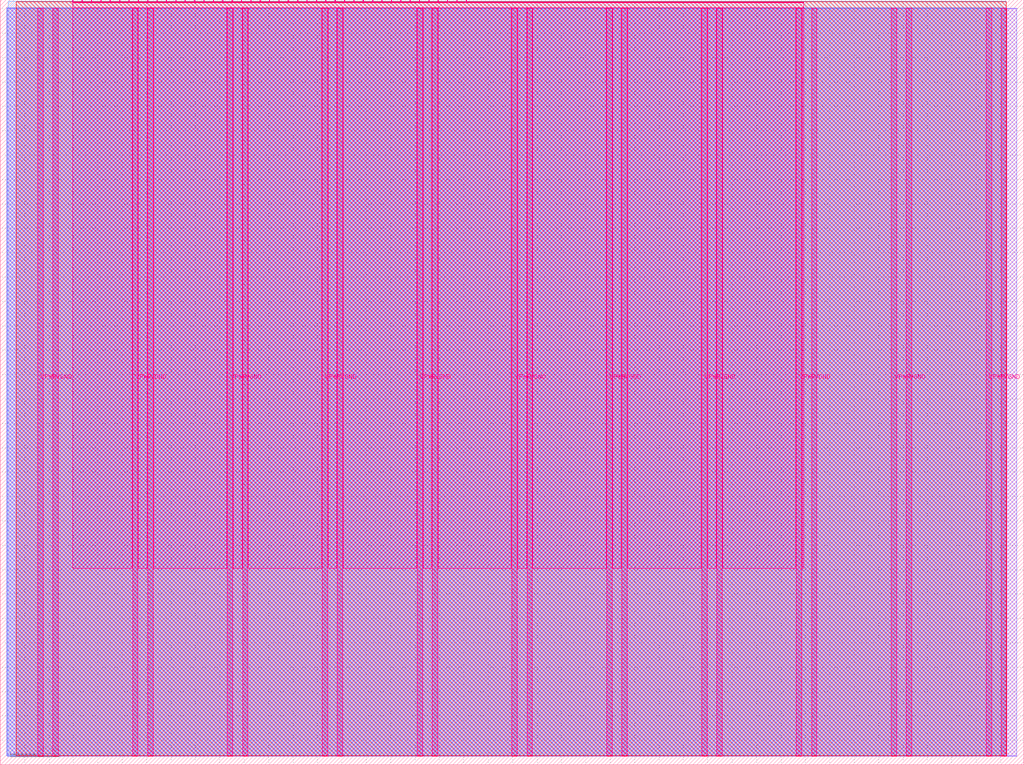
<source format=lef>
VERSION 5.7 ;
  NOWIREEXTENSIONATPIN ON ;
  DIVIDERCHAR "/" ;
  BUSBITCHARS "[]" ;
MACRO tt_um_a1k0n_demo
  CLASS BLOCK ;
  FOREIGN tt_um_a1k0n_demo ;
  ORIGIN 0.000 0.000 ;
  SIZE 419.520 BY 313.740 ;
  PIN VGND
    DIRECTION INOUT ;
    USE GROUND ;
    PORT
      LAYER Metal5 ;
        RECT 21.580 3.560 23.780 310.180 ;
    END
    PORT
      LAYER Metal5 ;
        RECT 60.450 3.560 62.650 310.180 ;
    END
    PORT
      LAYER Metal5 ;
        RECT 99.320 3.560 101.520 310.180 ;
    END
    PORT
      LAYER Metal5 ;
        RECT 138.190 3.560 140.390 310.180 ;
    END
    PORT
      LAYER Metal5 ;
        RECT 177.060 3.560 179.260 310.180 ;
    END
    PORT
      LAYER Metal5 ;
        RECT 215.930 3.560 218.130 310.180 ;
    END
    PORT
      LAYER Metal5 ;
        RECT 254.800 3.560 257.000 310.180 ;
    END
    PORT
      LAYER Metal5 ;
        RECT 293.670 3.560 295.870 310.180 ;
    END
    PORT
      LAYER Metal5 ;
        RECT 332.540 3.560 334.740 310.180 ;
    END
    PORT
      LAYER Metal5 ;
        RECT 371.410 3.560 373.610 310.180 ;
    END
    PORT
      LAYER Metal5 ;
        RECT 410.280 3.560 412.480 310.180 ;
    END
  END VGND
  PIN VPWR
    DIRECTION INOUT ;
    USE POWER ;
    PORT
      LAYER Metal5 ;
        RECT 15.380 3.560 17.580 310.180 ;
    END
    PORT
      LAYER Metal5 ;
        RECT 54.250 3.560 56.450 310.180 ;
    END
    PORT
      LAYER Metal5 ;
        RECT 93.120 3.560 95.320 310.180 ;
    END
    PORT
      LAYER Metal5 ;
        RECT 131.990 3.560 134.190 310.180 ;
    END
    PORT
      LAYER Metal5 ;
        RECT 170.860 3.560 173.060 310.180 ;
    END
    PORT
      LAYER Metal5 ;
        RECT 209.730 3.560 211.930 310.180 ;
    END
    PORT
      LAYER Metal5 ;
        RECT 248.600 3.560 250.800 310.180 ;
    END
    PORT
      LAYER Metal5 ;
        RECT 287.470 3.560 289.670 310.180 ;
    END
    PORT
      LAYER Metal5 ;
        RECT 326.340 3.560 328.540 310.180 ;
    END
    PORT
      LAYER Metal5 ;
        RECT 365.210 3.560 367.410 310.180 ;
    END
    PORT
      LAYER Metal5 ;
        RECT 404.080 3.560 406.280 310.180 ;
    END
  END VPWR
  PIN clk
    DIRECTION INPUT ;
    USE SIGNAL ;
    ANTENNAGATEAREA 0.213200 ;
    PORT
      LAYER Metal5 ;
        RECT 187.050 312.740 187.350 313.740 ;
    END
  END clk
  PIN ena
    DIRECTION INPUT ;
    USE SIGNAL ;
    PORT
      LAYER Metal5 ;
        RECT 190.890 312.740 191.190 313.740 ;
    END
  END ena
  PIN rst_n
    DIRECTION INPUT ;
    USE SIGNAL ;
    ANTENNAGATEAREA 0.943800 ;
    PORT
      LAYER Metal5 ;
        RECT 183.210 312.740 183.510 313.740 ;
    END
  END rst_n
  PIN ui_in[0]
    DIRECTION INPUT ;
    USE SIGNAL ;
    PORT
      LAYER Metal5 ;
        RECT 179.370 312.740 179.670 313.740 ;
    END
  END ui_in[0]
  PIN ui_in[1]
    DIRECTION INPUT ;
    USE SIGNAL ;
    PORT
      LAYER Metal5 ;
        RECT 175.530 312.740 175.830 313.740 ;
    END
  END ui_in[1]
  PIN ui_in[2]
    DIRECTION INPUT ;
    USE SIGNAL ;
    PORT
      LAYER Metal5 ;
        RECT 171.690 312.740 171.990 313.740 ;
    END
  END ui_in[2]
  PIN ui_in[3]
    DIRECTION INPUT ;
    USE SIGNAL ;
    PORT
      LAYER Metal5 ;
        RECT 167.850 312.740 168.150 313.740 ;
    END
  END ui_in[3]
  PIN ui_in[4]
    DIRECTION INPUT ;
    USE SIGNAL ;
    PORT
      LAYER Metal5 ;
        RECT 164.010 312.740 164.310 313.740 ;
    END
  END ui_in[4]
  PIN ui_in[5]
    DIRECTION INPUT ;
    USE SIGNAL ;
    PORT
      LAYER Metal5 ;
        RECT 160.170 312.740 160.470 313.740 ;
    END
  END ui_in[5]
  PIN ui_in[6]
    DIRECTION INPUT ;
    USE SIGNAL ;
    PORT
      LAYER Metal5 ;
        RECT 156.330 312.740 156.630 313.740 ;
    END
  END ui_in[6]
  PIN ui_in[7]
    DIRECTION INPUT ;
    USE SIGNAL ;
    PORT
      LAYER Metal5 ;
        RECT 152.490 312.740 152.790 313.740 ;
    END
  END ui_in[7]
  PIN uio_in[0]
    DIRECTION INPUT ;
    USE SIGNAL ;
    PORT
      LAYER Metal5 ;
        RECT 148.650 312.740 148.950 313.740 ;
    END
  END uio_in[0]
  PIN uio_in[1]
    DIRECTION INPUT ;
    USE SIGNAL ;
    PORT
      LAYER Metal5 ;
        RECT 144.810 312.740 145.110 313.740 ;
    END
  END uio_in[1]
  PIN uio_in[2]
    DIRECTION INPUT ;
    USE SIGNAL ;
    PORT
      LAYER Metal5 ;
        RECT 140.970 312.740 141.270 313.740 ;
    END
  END uio_in[2]
  PIN uio_in[3]
    DIRECTION INPUT ;
    USE SIGNAL ;
    PORT
      LAYER Metal5 ;
        RECT 137.130 312.740 137.430 313.740 ;
    END
  END uio_in[3]
  PIN uio_in[4]
    DIRECTION INPUT ;
    USE SIGNAL ;
    PORT
      LAYER Metal5 ;
        RECT 133.290 312.740 133.590 313.740 ;
    END
  END uio_in[4]
  PIN uio_in[5]
    DIRECTION INPUT ;
    USE SIGNAL ;
    PORT
      LAYER Metal5 ;
        RECT 129.450 312.740 129.750 313.740 ;
    END
  END uio_in[5]
  PIN uio_in[6]
    DIRECTION INPUT ;
    USE SIGNAL ;
    PORT
      LAYER Metal5 ;
        RECT 125.610 312.740 125.910 313.740 ;
    END
  END uio_in[6]
  PIN uio_in[7]
    DIRECTION INPUT ;
    USE SIGNAL ;
    PORT
      LAYER Metal5 ;
        RECT 121.770 312.740 122.070 313.740 ;
    END
  END uio_in[7]
  PIN uio_oe[0]
    DIRECTION OUTPUT ;
    USE SIGNAL ;
    ANTENNADIFFAREA 0.299200 ;
    PORT
      LAYER Metal5 ;
        RECT 56.490 312.740 56.790 313.740 ;
    END
  END uio_oe[0]
  PIN uio_oe[1]
    DIRECTION OUTPUT ;
    USE SIGNAL ;
    ANTENNADIFFAREA 0.299200 ;
    PORT
      LAYER Metal5 ;
        RECT 52.650 312.740 52.950 313.740 ;
    END
  END uio_oe[1]
  PIN uio_oe[2]
    DIRECTION OUTPUT ;
    USE SIGNAL ;
    ANTENNADIFFAREA 0.299200 ;
    PORT
      LAYER Metal5 ;
        RECT 48.810 312.740 49.110 313.740 ;
    END
  END uio_oe[2]
  PIN uio_oe[3]
    DIRECTION OUTPUT ;
    USE SIGNAL ;
    ANTENNADIFFAREA 0.299200 ;
    PORT
      LAYER Metal5 ;
        RECT 44.970 312.740 45.270 313.740 ;
    END
  END uio_oe[3]
  PIN uio_oe[4]
    DIRECTION OUTPUT ;
    USE SIGNAL ;
    ANTENNADIFFAREA 0.299200 ;
    PORT
      LAYER Metal5 ;
        RECT 41.130 312.740 41.430 313.740 ;
    END
  END uio_oe[4]
  PIN uio_oe[5]
    DIRECTION OUTPUT ;
    USE SIGNAL ;
    ANTENNADIFFAREA 0.299200 ;
    PORT
      LAYER Metal5 ;
        RECT 37.290 312.740 37.590 313.740 ;
    END
  END uio_oe[5]
  PIN uio_oe[6]
    DIRECTION OUTPUT ;
    USE SIGNAL ;
    ANTENNADIFFAREA 0.299200 ;
    PORT
      LAYER Metal5 ;
        RECT 33.450 312.740 33.750 313.740 ;
    END
  END uio_oe[6]
  PIN uio_oe[7]
    DIRECTION OUTPUT ;
    USE SIGNAL ;
    ANTENNADIFFAREA 0.392700 ;
    PORT
      LAYER Metal5 ;
        RECT 29.610 312.740 29.910 313.740 ;
    END
  END uio_oe[7]
  PIN uio_out[0]
    DIRECTION OUTPUT ;
    USE SIGNAL ;
    ANTENNADIFFAREA 0.299200 ;
    PORT
      LAYER Metal5 ;
        RECT 87.210 312.740 87.510 313.740 ;
    END
  END uio_out[0]
  PIN uio_out[1]
    DIRECTION OUTPUT ;
    USE SIGNAL ;
    ANTENNADIFFAREA 0.299200 ;
    PORT
      LAYER Metal5 ;
        RECT 83.370 312.740 83.670 313.740 ;
    END
  END uio_out[1]
  PIN uio_out[2]
    DIRECTION OUTPUT ;
    USE SIGNAL ;
    ANTENNADIFFAREA 0.299200 ;
    PORT
      LAYER Metal5 ;
        RECT 79.530 312.740 79.830 313.740 ;
    END
  END uio_out[2]
  PIN uio_out[3]
    DIRECTION OUTPUT ;
    USE SIGNAL ;
    ANTENNADIFFAREA 0.299200 ;
    PORT
      LAYER Metal5 ;
        RECT 75.690 312.740 75.990 313.740 ;
    END
  END uio_out[3]
  PIN uio_out[4]
    DIRECTION OUTPUT ;
    USE SIGNAL ;
    ANTENNADIFFAREA 0.299200 ;
    PORT
      LAYER Metal5 ;
        RECT 71.850 312.740 72.150 313.740 ;
    END
  END uio_out[4]
  PIN uio_out[5]
    DIRECTION OUTPUT ;
    USE SIGNAL ;
    ANTENNADIFFAREA 0.299200 ;
    PORT
      LAYER Metal5 ;
        RECT 68.010 312.740 68.310 313.740 ;
    END
  END uio_out[5]
  PIN uio_out[6]
    DIRECTION OUTPUT ;
    USE SIGNAL ;
    ANTENNADIFFAREA 0.299200 ;
    PORT
      LAYER Metal5 ;
        RECT 64.170 312.740 64.470 313.740 ;
    END
  END uio_out[6]
  PIN uio_out[7]
    DIRECTION OUTPUT ;
    USE SIGNAL ;
    ANTENNADIFFAREA 0.706800 ;
    PORT
      LAYER Metal5 ;
        RECT 60.330 312.740 60.630 313.740 ;
    END
  END uio_out[7]
  PIN uo_out[0]
    DIRECTION OUTPUT ;
    USE SIGNAL ;
    ANTENNADIFFAREA 0.632400 ;
    PORT
      LAYER Metal5 ;
        RECT 117.930 312.740 118.230 313.740 ;
    END
  END uo_out[0]
  PIN uo_out[1]
    DIRECTION OUTPUT ;
    USE SIGNAL ;
    ANTENNADIFFAREA 0.632400 ;
    PORT
      LAYER Metal5 ;
        RECT 114.090 312.740 114.390 313.740 ;
    END
  END uo_out[1]
  PIN uo_out[2]
    DIRECTION OUTPUT ;
    USE SIGNAL ;
    ANTENNADIFFAREA 0.632400 ;
    PORT
      LAYER Metal5 ;
        RECT 110.250 312.740 110.550 313.740 ;
    END
  END uo_out[2]
  PIN uo_out[3]
    DIRECTION OUTPUT ;
    USE SIGNAL ;
    ANTENNADIFFAREA 0.654800 ;
    PORT
      LAYER Metal5 ;
        RECT 106.410 312.740 106.710 313.740 ;
    END
  END uo_out[3]
  PIN uo_out[4]
    DIRECTION OUTPUT ;
    USE SIGNAL ;
    ANTENNADIFFAREA 0.632400 ;
    PORT
      LAYER Metal5 ;
        RECT 102.570 312.740 102.870 313.740 ;
    END
  END uo_out[4]
  PIN uo_out[5]
    DIRECTION OUTPUT ;
    USE SIGNAL ;
    ANTENNADIFFAREA 0.632400 ;
    PORT
      LAYER Metal5 ;
        RECT 98.730 312.740 99.030 313.740 ;
    END
  END uo_out[5]
  PIN uo_out[6]
    DIRECTION OUTPUT ;
    USE SIGNAL ;
    ANTENNADIFFAREA 0.632400 ;
    PORT
      LAYER Metal5 ;
        RECT 94.890 312.740 95.190 313.740 ;
    END
  END uo_out[6]
  PIN uo_out[7]
    DIRECTION OUTPUT ;
    USE SIGNAL ;
    ANTENNADIFFAREA 0.654800 ;
    PORT
      LAYER Metal5 ;
        RECT 91.050 312.740 91.350 313.740 ;
    END
  END uo_out[7]
  OBS
      LAYER GatPoly ;
        RECT 2.880 3.630 416.640 310.110 ;
      LAYER Metal1 ;
        RECT 2.880 3.560 416.640 310.180 ;
      LAYER Metal2 ;
        RECT 2.605 3.680 412.345 310.480 ;
      LAYER Metal3 ;
        RECT 3.260 3.635 412.300 313.045 ;
      LAYER Metal4 ;
        RECT 6.575 3.680 412.345 313.000 ;
      LAYER Metal5 ;
        RECT 30.120 312.530 33.240 312.740 ;
        RECT 33.960 312.530 37.080 312.740 ;
        RECT 37.800 312.530 40.920 312.740 ;
        RECT 41.640 312.530 44.760 312.740 ;
        RECT 45.480 312.530 48.600 312.740 ;
        RECT 49.320 312.530 52.440 312.740 ;
        RECT 53.160 312.530 56.280 312.740 ;
        RECT 57.000 312.530 60.120 312.740 ;
        RECT 60.840 312.530 63.960 312.740 ;
        RECT 64.680 312.530 67.800 312.740 ;
        RECT 68.520 312.530 71.640 312.740 ;
        RECT 72.360 312.530 75.480 312.740 ;
        RECT 76.200 312.530 79.320 312.740 ;
        RECT 80.040 312.530 83.160 312.740 ;
        RECT 83.880 312.530 87.000 312.740 ;
        RECT 87.720 312.530 90.840 312.740 ;
        RECT 91.560 312.530 94.680 312.740 ;
        RECT 95.400 312.530 98.520 312.740 ;
        RECT 99.240 312.530 102.360 312.740 ;
        RECT 103.080 312.530 106.200 312.740 ;
        RECT 106.920 312.530 110.040 312.740 ;
        RECT 110.760 312.530 113.880 312.740 ;
        RECT 114.600 312.530 117.720 312.740 ;
        RECT 118.440 312.530 121.560 312.740 ;
        RECT 122.280 312.530 125.400 312.740 ;
        RECT 126.120 312.530 129.240 312.740 ;
        RECT 129.960 312.530 133.080 312.740 ;
        RECT 133.800 312.530 136.920 312.740 ;
        RECT 137.640 312.530 140.760 312.740 ;
        RECT 141.480 312.530 144.600 312.740 ;
        RECT 145.320 312.530 148.440 312.740 ;
        RECT 149.160 312.530 152.280 312.740 ;
        RECT 153.000 312.530 156.120 312.740 ;
        RECT 156.840 312.530 159.960 312.740 ;
        RECT 160.680 312.530 163.800 312.740 ;
        RECT 164.520 312.530 167.640 312.740 ;
        RECT 168.360 312.530 171.480 312.740 ;
        RECT 172.200 312.530 175.320 312.740 ;
        RECT 176.040 312.530 179.160 312.740 ;
        RECT 179.880 312.530 183.000 312.740 ;
        RECT 183.720 312.530 186.840 312.740 ;
        RECT 187.560 312.530 190.680 312.740 ;
        RECT 191.400 312.530 329.380 312.740 ;
        RECT 29.660 310.390 329.380 312.530 ;
        RECT 29.660 80.495 54.040 310.390 ;
        RECT 56.660 80.495 60.240 310.390 ;
        RECT 62.860 80.495 92.910 310.390 ;
        RECT 95.530 80.495 99.110 310.390 ;
        RECT 101.730 80.495 131.780 310.390 ;
        RECT 134.400 80.495 137.980 310.390 ;
        RECT 140.600 80.495 170.650 310.390 ;
        RECT 173.270 80.495 176.850 310.390 ;
        RECT 179.470 80.495 209.520 310.390 ;
        RECT 212.140 80.495 215.720 310.390 ;
        RECT 218.340 80.495 248.390 310.390 ;
        RECT 251.010 80.495 254.590 310.390 ;
        RECT 257.210 80.495 287.260 310.390 ;
        RECT 289.880 80.495 293.460 310.390 ;
        RECT 296.080 80.495 326.130 310.390 ;
        RECT 328.750 80.495 329.380 310.390 ;
  END
END tt_um_a1k0n_demo
END LIBRARY


</source>
